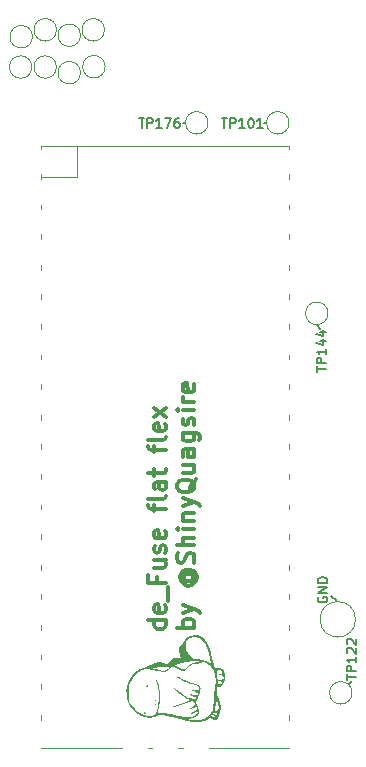
<source format=gbr>
%TF.GenerationSoftware,KiCad,Pcbnew,7.0.7*%
%TF.CreationDate,2023-10-06T13:44:46-06:00*%
%TF.ProjectId,pico_flatflex,7069636f-5f66-46c6-9174-666c65782e6b,rev?*%
%TF.SameCoordinates,Original*%
%TF.FileFunction,Legend,Top*%
%TF.FilePolarity,Positive*%
%FSLAX46Y46*%
G04 Gerber Fmt 4.6, Leading zero omitted, Abs format (unit mm)*
G04 Created by KiCad (PCBNEW 7.0.7) date 2023-10-06 13:44:46*
%MOMM*%
%LPD*%
G01*
G04 APERTURE LIST*
%ADD10C,0.300000*%
%ADD11C,0.150000*%
%ADD12C,0.200000*%
%ADD13C,0.120000*%
G04 APERTURE END LIST*
D10*
X36757828Y-146130489D02*
X35257828Y-146130489D01*
X35829257Y-146130489D02*
X35757828Y-145987632D01*
X35757828Y-145987632D02*
X35757828Y-145701917D01*
X35757828Y-145701917D02*
X35829257Y-145559060D01*
X35829257Y-145559060D02*
X35900685Y-145487632D01*
X35900685Y-145487632D02*
X36043542Y-145416203D01*
X36043542Y-145416203D02*
X36472114Y-145416203D01*
X36472114Y-145416203D02*
X36614971Y-145487632D01*
X36614971Y-145487632D02*
X36686400Y-145559060D01*
X36686400Y-145559060D02*
X36757828Y-145701917D01*
X36757828Y-145701917D02*
X36757828Y-145987632D01*
X36757828Y-145987632D02*
X36686400Y-146130489D01*
X35757828Y-144916203D02*
X36757828Y-144559060D01*
X35757828Y-144201917D02*
X36757828Y-144559060D01*
X36757828Y-144559060D02*
X37114971Y-144701917D01*
X37114971Y-144701917D02*
X37186400Y-144773346D01*
X37186400Y-144773346D02*
X37257828Y-144916203D01*
X36043542Y-141559060D02*
X35972114Y-141630489D01*
X35972114Y-141630489D02*
X35900685Y-141773346D01*
X35900685Y-141773346D02*
X35900685Y-141916203D01*
X35900685Y-141916203D02*
X35972114Y-142059060D01*
X35972114Y-142059060D02*
X36043542Y-142130489D01*
X36043542Y-142130489D02*
X36186400Y-142201917D01*
X36186400Y-142201917D02*
X36329257Y-142201917D01*
X36329257Y-142201917D02*
X36472114Y-142130489D01*
X36472114Y-142130489D02*
X36543542Y-142059060D01*
X36543542Y-142059060D02*
X36614971Y-141916203D01*
X36614971Y-141916203D02*
X36614971Y-141773346D01*
X36614971Y-141773346D02*
X36543542Y-141630489D01*
X36543542Y-141630489D02*
X36472114Y-141559060D01*
X35900685Y-141559060D02*
X36472114Y-141559060D01*
X36472114Y-141559060D02*
X36543542Y-141487632D01*
X36543542Y-141487632D02*
X36543542Y-141416203D01*
X36543542Y-141416203D02*
X36472114Y-141273346D01*
X36472114Y-141273346D02*
X36329257Y-141201917D01*
X36329257Y-141201917D02*
X35972114Y-141201917D01*
X35972114Y-141201917D02*
X35757828Y-141344775D01*
X35757828Y-141344775D02*
X35614971Y-141559060D01*
X35614971Y-141559060D02*
X35543542Y-141844775D01*
X35543542Y-141844775D02*
X35614971Y-142130489D01*
X35614971Y-142130489D02*
X35757828Y-142344775D01*
X35757828Y-142344775D02*
X35972114Y-142487632D01*
X35972114Y-142487632D02*
X36257828Y-142559060D01*
X36257828Y-142559060D02*
X36543542Y-142487632D01*
X36543542Y-142487632D02*
X36757828Y-142344775D01*
X36757828Y-142344775D02*
X36900685Y-142130489D01*
X36900685Y-142130489D02*
X36972114Y-141844775D01*
X36972114Y-141844775D02*
X36900685Y-141559060D01*
X36900685Y-141559060D02*
X36757828Y-141344775D01*
X36686400Y-140630489D02*
X36757828Y-140416204D01*
X36757828Y-140416204D02*
X36757828Y-140059061D01*
X36757828Y-140059061D02*
X36686400Y-139916204D01*
X36686400Y-139916204D02*
X36614971Y-139844775D01*
X36614971Y-139844775D02*
X36472114Y-139773346D01*
X36472114Y-139773346D02*
X36329257Y-139773346D01*
X36329257Y-139773346D02*
X36186400Y-139844775D01*
X36186400Y-139844775D02*
X36114971Y-139916204D01*
X36114971Y-139916204D02*
X36043542Y-140059061D01*
X36043542Y-140059061D02*
X35972114Y-140344775D01*
X35972114Y-140344775D02*
X35900685Y-140487632D01*
X35900685Y-140487632D02*
X35829257Y-140559061D01*
X35829257Y-140559061D02*
X35686400Y-140630489D01*
X35686400Y-140630489D02*
X35543542Y-140630489D01*
X35543542Y-140630489D02*
X35400685Y-140559061D01*
X35400685Y-140559061D02*
X35329257Y-140487632D01*
X35329257Y-140487632D02*
X35257828Y-140344775D01*
X35257828Y-140344775D02*
X35257828Y-139987632D01*
X35257828Y-139987632D02*
X35329257Y-139773346D01*
X36757828Y-139130490D02*
X35257828Y-139130490D01*
X36757828Y-138487633D02*
X35972114Y-138487633D01*
X35972114Y-138487633D02*
X35829257Y-138559061D01*
X35829257Y-138559061D02*
X35757828Y-138701918D01*
X35757828Y-138701918D02*
X35757828Y-138916204D01*
X35757828Y-138916204D02*
X35829257Y-139059061D01*
X35829257Y-139059061D02*
X35900685Y-139130490D01*
X36757828Y-137773347D02*
X35757828Y-137773347D01*
X35257828Y-137773347D02*
X35329257Y-137844775D01*
X35329257Y-137844775D02*
X35400685Y-137773347D01*
X35400685Y-137773347D02*
X35329257Y-137701918D01*
X35329257Y-137701918D02*
X35257828Y-137773347D01*
X35257828Y-137773347D02*
X35400685Y-137773347D01*
X35757828Y-137059061D02*
X36757828Y-137059061D01*
X35900685Y-137059061D02*
X35829257Y-136987632D01*
X35829257Y-136987632D02*
X35757828Y-136844775D01*
X35757828Y-136844775D02*
X35757828Y-136630489D01*
X35757828Y-136630489D02*
X35829257Y-136487632D01*
X35829257Y-136487632D02*
X35972114Y-136416204D01*
X35972114Y-136416204D02*
X36757828Y-136416204D01*
X35757828Y-135844775D02*
X36757828Y-135487632D01*
X35757828Y-135130489D02*
X36757828Y-135487632D01*
X36757828Y-135487632D02*
X37114971Y-135630489D01*
X37114971Y-135630489D02*
X37186400Y-135701918D01*
X37186400Y-135701918D02*
X37257828Y-135844775D01*
X36900685Y-133559061D02*
X36829257Y-133701918D01*
X36829257Y-133701918D02*
X36686400Y-133844775D01*
X36686400Y-133844775D02*
X36472114Y-134059061D01*
X36472114Y-134059061D02*
X36400685Y-134201918D01*
X36400685Y-134201918D02*
X36400685Y-134344775D01*
X36757828Y-134273346D02*
X36686400Y-134416204D01*
X36686400Y-134416204D02*
X36543542Y-134559061D01*
X36543542Y-134559061D02*
X36257828Y-134630489D01*
X36257828Y-134630489D02*
X35757828Y-134630489D01*
X35757828Y-134630489D02*
X35472114Y-134559061D01*
X35472114Y-134559061D02*
X35329257Y-134416204D01*
X35329257Y-134416204D02*
X35257828Y-134273346D01*
X35257828Y-134273346D02*
X35257828Y-133987632D01*
X35257828Y-133987632D02*
X35329257Y-133844775D01*
X35329257Y-133844775D02*
X35472114Y-133701918D01*
X35472114Y-133701918D02*
X35757828Y-133630489D01*
X35757828Y-133630489D02*
X36257828Y-133630489D01*
X36257828Y-133630489D02*
X36543542Y-133701918D01*
X36543542Y-133701918D02*
X36686400Y-133844775D01*
X36686400Y-133844775D02*
X36757828Y-133987632D01*
X36757828Y-133987632D02*
X36757828Y-134273346D01*
X35757828Y-132344775D02*
X36757828Y-132344775D01*
X35757828Y-132987632D02*
X36543542Y-132987632D01*
X36543542Y-132987632D02*
X36686400Y-132916203D01*
X36686400Y-132916203D02*
X36757828Y-132773346D01*
X36757828Y-132773346D02*
X36757828Y-132559060D01*
X36757828Y-132559060D02*
X36686400Y-132416203D01*
X36686400Y-132416203D02*
X36614971Y-132344775D01*
X36757828Y-130987632D02*
X35972114Y-130987632D01*
X35972114Y-130987632D02*
X35829257Y-131059060D01*
X35829257Y-131059060D02*
X35757828Y-131201917D01*
X35757828Y-131201917D02*
X35757828Y-131487632D01*
X35757828Y-131487632D02*
X35829257Y-131630489D01*
X36686400Y-130987632D02*
X36757828Y-131130489D01*
X36757828Y-131130489D02*
X36757828Y-131487632D01*
X36757828Y-131487632D02*
X36686400Y-131630489D01*
X36686400Y-131630489D02*
X36543542Y-131701917D01*
X36543542Y-131701917D02*
X36400685Y-131701917D01*
X36400685Y-131701917D02*
X36257828Y-131630489D01*
X36257828Y-131630489D02*
X36186400Y-131487632D01*
X36186400Y-131487632D02*
X36186400Y-131130489D01*
X36186400Y-131130489D02*
X36114971Y-130987632D01*
X35757828Y-129630489D02*
X36972114Y-129630489D01*
X36972114Y-129630489D02*
X37114971Y-129701917D01*
X37114971Y-129701917D02*
X37186400Y-129773346D01*
X37186400Y-129773346D02*
X37257828Y-129916203D01*
X37257828Y-129916203D02*
X37257828Y-130130489D01*
X37257828Y-130130489D02*
X37186400Y-130273346D01*
X36686400Y-129630489D02*
X36757828Y-129773346D01*
X36757828Y-129773346D02*
X36757828Y-130059060D01*
X36757828Y-130059060D02*
X36686400Y-130201917D01*
X36686400Y-130201917D02*
X36614971Y-130273346D01*
X36614971Y-130273346D02*
X36472114Y-130344774D01*
X36472114Y-130344774D02*
X36043542Y-130344774D01*
X36043542Y-130344774D02*
X35900685Y-130273346D01*
X35900685Y-130273346D02*
X35829257Y-130201917D01*
X35829257Y-130201917D02*
X35757828Y-130059060D01*
X35757828Y-130059060D02*
X35757828Y-129773346D01*
X35757828Y-129773346D02*
X35829257Y-129630489D01*
X36686400Y-128987631D02*
X36757828Y-128844774D01*
X36757828Y-128844774D02*
X36757828Y-128559060D01*
X36757828Y-128559060D02*
X36686400Y-128416203D01*
X36686400Y-128416203D02*
X36543542Y-128344774D01*
X36543542Y-128344774D02*
X36472114Y-128344774D01*
X36472114Y-128344774D02*
X36329257Y-128416203D01*
X36329257Y-128416203D02*
X36257828Y-128559060D01*
X36257828Y-128559060D02*
X36257828Y-128773346D01*
X36257828Y-128773346D02*
X36186400Y-128916203D01*
X36186400Y-128916203D02*
X36043542Y-128987631D01*
X36043542Y-128987631D02*
X35972114Y-128987631D01*
X35972114Y-128987631D02*
X35829257Y-128916203D01*
X35829257Y-128916203D02*
X35757828Y-128773346D01*
X35757828Y-128773346D02*
X35757828Y-128559060D01*
X35757828Y-128559060D02*
X35829257Y-128416203D01*
X36757828Y-127701917D02*
X35757828Y-127701917D01*
X35257828Y-127701917D02*
X35329257Y-127773345D01*
X35329257Y-127773345D02*
X35400685Y-127701917D01*
X35400685Y-127701917D02*
X35329257Y-127630488D01*
X35329257Y-127630488D02*
X35257828Y-127701917D01*
X35257828Y-127701917D02*
X35400685Y-127701917D01*
X36757828Y-126987631D02*
X35757828Y-126987631D01*
X36043542Y-126987631D02*
X35900685Y-126916202D01*
X35900685Y-126916202D02*
X35829257Y-126844774D01*
X35829257Y-126844774D02*
X35757828Y-126701916D01*
X35757828Y-126701916D02*
X35757828Y-126559059D01*
X36686400Y-125487631D02*
X36757828Y-125630488D01*
X36757828Y-125630488D02*
X36757828Y-125916203D01*
X36757828Y-125916203D02*
X36686400Y-126059060D01*
X36686400Y-126059060D02*
X36543542Y-126130488D01*
X36543542Y-126130488D02*
X35972114Y-126130488D01*
X35972114Y-126130488D02*
X35829257Y-126059060D01*
X35829257Y-126059060D02*
X35757828Y-125916203D01*
X35757828Y-125916203D02*
X35757828Y-125630488D01*
X35757828Y-125630488D02*
X35829257Y-125487631D01*
X35829257Y-125487631D02*
X35972114Y-125416203D01*
X35972114Y-125416203D02*
X36114971Y-125416203D01*
X36114971Y-125416203D02*
X36257828Y-126130488D01*
X34344828Y-145487632D02*
X32844828Y-145487632D01*
X34273400Y-145487632D02*
X34344828Y-145630489D01*
X34344828Y-145630489D02*
X34344828Y-145916203D01*
X34344828Y-145916203D02*
X34273400Y-146059060D01*
X34273400Y-146059060D02*
X34201971Y-146130489D01*
X34201971Y-146130489D02*
X34059114Y-146201917D01*
X34059114Y-146201917D02*
X33630542Y-146201917D01*
X33630542Y-146201917D02*
X33487685Y-146130489D01*
X33487685Y-146130489D02*
X33416257Y-146059060D01*
X33416257Y-146059060D02*
X33344828Y-145916203D01*
X33344828Y-145916203D02*
X33344828Y-145630489D01*
X33344828Y-145630489D02*
X33416257Y-145487632D01*
X34273400Y-144201917D02*
X34344828Y-144344774D01*
X34344828Y-144344774D02*
X34344828Y-144630489D01*
X34344828Y-144630489D02*
X34273400Y-144773346D01*
X34273400Y-144773346D02*
X34130542Y-144844774D01*
X34130542Y-144844774D02*
X33559114Y-144844774D01*
X33559114Y-144844774D02*
X33416257Y-144773346D01*
X33416257Y-144773346D02*
X33344828Y-144630489D01*
X33344828Y-144630489D02*
X33344828Y-144344774D01*
X33344828Y-144344774D02*
X33416257Y-144201917D01*
X33416257Y-144201917D02*
X33559114Y-144130489D01*
X33559114Y-144130489D02*
X33701971Y-144130489D01*
X33701971Y-144130489D02*
X33844828Y-144844774D01*
X34487685Y-143844775D02*
X34487685Y-142701917D01*
X33559114Y-141844775D02*
X33559114Y-142344775D01*
X34344828Y-142344775D02*
X32844828Y-142344775D01*
X32844828Y-142344775D02*
X32844828Y-141630489D01*
X33344828Y-140416204D02*
X34344828Y-140416204D01*
X33344828Y-141059061D02*
X34130542Y-141059061D01*
X34130542Y-141059061D02*
X34273400Y-140987632D01*
X34273400Y-140987632D02*
X34344828Y-140844775D01*
X34344828Y-140844775D02*
X34344828Y-140630489D01*
X34344828Y-140630489D02*
X34273400Y-140487632D01*
X34273400Y-140487632D02*
X34201971Y-140416204D01*
X34273400Y-139773346D02*
X34344828Y-139630489D01*
X34344828Y-139630489D02*
X34344828Y-139344775D01*
X34344828Y-139344775D02*
X34273400Y-139201918D01*
X34273400Y-139201918D02*
X34130542Y-139130489D01*
X34130542Y-139130489D02*
X34059114Y-139130489D01*
X34059114Y-139130489D02*
X33916257Y-139201918D01*
X33916257Y-139201918D02*
X33844828Y-139344775D01*
X33844828Y-139344775D02*
X33844828Y-139559061D01*
X33844828Y-139559061D02*
X33773400Y-139701918D01*
X33773400Y-139701918D02*
X33630542Y-139773346D01*
X33630542Y-139773346D02*
X33559114Y-139773346D01*
X33559114Y-139773346D02*
X33416257Y-139701918D01*
X33416257Y-139701918D02*
X33344828Y-139559061D01*
X33344828Y-139559061D02*
X33344828Y-139344775D01*
X33344828Y-139344775D02*
X33416257Y-139201918D01*
X34273400Y-137916203D02*
X34344828Y-138059060D01*
X34344828Y-138059060D02*
X34344828Y-138344775D01*
X34344828Y-138344775D02*
X34273400Y-138487632D01*
X34273400Y-138487632D02*
X34130542Y-138559060D01*
X34130542Y-138559060D02*
X33559114Y-138559060D01*
X33559114Y-138559060D02*
X33416257Y-138487632D01*
X33416257Y-138487632D02*
X33344828Y-138344775D01*
X33344828Y-138344775D02*
X33344828Y-138059060D01*
X33344828Y-138059060D02*
X33416257Y-137916203D01*
X33416257Y-137916203D02*
X33559114Y-137844775D01*
X33559114Y-137844775D02*
X33701971Y-137844775D01*
X33701971Y-137844775D02*
X33844828Y-138559060D01*
X33344828Y-136273346D02*
X33344828Y-135701918D01*
X34344828Y-136059061D02*
X33059114Y-136059061D01*
X33059114Y-136059061D02*
X32916257Y-135987632D01*
X32916257Y-135987632D02*
X32844828Y-135844775D01*
X32844828Y-135844775D02*
X32844828Y-135701918D01*
X34344828Y-134987632D02*
X34273400Y-135130489D01*
X34273400Y-135130489D02*
X34130542Y-135201918D01*
X34130542Y-135201918D02*
X32844828Y-135201918D01*
X34344828Y-133773347D02*
X33559114Y-133773347D01*
X33559114Y-133773347D02*
X33416257Y-133844775D01*
X33416257Y-133844775D02*
X33344828Y-133987632D01*
X33344828Y-133987632D02*
X33344828Y-134273347D01*
X33344828Y-134273347D02*
X33416257Y-134416204D01*
X34273400Y-133773347D02*
X34344828Y-133916204D01*
X34344828Y-133916204D02*
X34344828Y-134273347D01*
X34344828Y-134273347D02*
X34273400Y-134416204D01*
X34273400Y-134416204D02*
X34130542Y-134487632D01*
X34130542Y-134487632D02*
X33987685Y-134487632D01*
X33987685Y-134487632D02*
X33844828Y-134416204D01*
X33844828Y-134416204D02*
X33773400Y-134273347D01*
X33773400Y-134273347D02*
X33773400Y-133916204D01*
X33773400Y-133916204D02*
X33701971Y-133773347D01*
X33344828Y-133273346D02*
X33344828Y-132701918D01*
X32844828Y-133059061D02*
X34130542Y-133059061D01*
X34130542Y-133059061D02*
X34273400Y-132987632D01*
X34273400Y-132987632D02*
X34344828Y-132844775D01*
X34344828Y-132844775D02*
X34344828Y-132701918D01*
X33344828Y-131273346D02*
X33344828Y-130701918D01*
X34344828Y-131059061D02*
X33059114Y-131059061D01*
X33059114Y-131059061D02*
X32916257Y-130987632D01*
X32916257Y-130987632D02*
X32844828Y-130844775D01*
X32844828Y-130844775D02*
X32844828Y-130701918D01*
X34344828Y-129987632D02*
X34273400Y-130130489D01*
X34273400Y-130130489D02*
X34130542Y-130201918D01*
X34130542Y-130201918D02*
X32844828Y-130201918D01*
X34273400Y-128844775D02*
X34344828Y-128987632D01*
X34344828Y-128987632D02*
X34344828Y-129273347D01*
X34344828Y-129273347D02*
X34273400Y-129416204D01*
X34273400Y-129416204D02*
X34130542Y-129487632D01*
X34130542Y-129487632D02*
X33559114Y-129487632D01*
X33559114Y-129487632D02*
X33416257Y-129416204D01*
X33416257Y-129416204D02*
X33344828Y-129273347D01*
X33344828Y-129273347D02*
X33344828Y-128987632D01*
X33344828Y-128987632D02*
X33416257Y-128844775D01*
X33416257Y-128844775D02*
X33559114Y-128773347D01*
X33559114Y-128773347D02*
X33701971Y-128773347D01*
X33701971Y-128773347D02*
X33844828Y-129487632D01*
X34344828Y-128273347D02*
X33344828Y-127487633D01*
X33344828Y-128273347D02*
X34344828Y-127487633D01*
D11*
X42824400Y-103378000D02*
X42621200Y-103378000D01*
X35966400Y-103378000D02*
X35763200Y-103378000D01*
X49809400Y-150901400D02*
X50088800Y-150672800D01*
X48818800Y-143891000D02*
X48310800Y-143459200D01*
X47117000Y-120497600D02*
X47371000Y-120840500D01*
D12*
X47262790Y-143530898D02*
X47224695Y-143607088D01*
X47224695Y-143607088D02*
X47224695Y-143721374D01*
X47224695Y-143721374D02*
X47262790Y-143835660D01*
X47262790Y-143835660D02*
X47338980Y-143911850D01*
X47338980Y-143911850D02*
X47415171Y-143949945D01*
X47415171Y-143949945D02*
X47567552Y-143988041D01*
X47567552Y-143988041D02*
X47681838Y-143988041D01*
X47681838Y-143988041D02*
X47834219Y-143949945D01*
X47834219Y-143949945D02*
X47910409Y-143911850D01*
X47910409Y-143911850D02*
X47986600Y-143835660D01*
X47986600Y-143835660D02*
X48024695Y-143721374D01*
X48024695Y-143721374D02*
X48024695Y-143645183D01*
X48024695Y-143645183D02*
X47986600Y-143530898D01*
X47986600Y-143530898D02*
X47948504Y-143492802D01*
X47948504Y-143492802D02*
X47681838Y-143492802D01*
X47681838Y-143492802D02*
X47681838Y-143645183D01*
X48024695Y-143149945D02*
X47224695Y-143149945D01*
X47224695Y-143149945D02*
X48024695Y-142692802D01*
X48024695Y-142692802D02*
X47224695Y-142692802D01*
X48024695Y-142311850D02*
X47224695Y-142311850D01*
X47224695Y-142311850D02*
X47224695Y-142121374D01*
X47224695Y-142121374D02*
X47262790Y-142007088D01*
X47262790Y-142007088D02*
X47338980Y-141930898D01*
X47338980Y-141930898D02*
X47415171Y-141892803D01*
X47415171Y-141892803D02*
X47567552Y-141854707D01*
X47567552Y-141854707D02*
X47681838Y-141854707D01*
X47681838Y-141854707D02*
X47834219Y-141892803D01*
X47834219Y-141892803D02*
X47910409Y-141930898D01*
X47910409Y-141930898D02*
X47986600Y-142007088D01*
X47986600Y-142007088D02*
X48024695Y-142121374D01*
X48024695Y-142121374D02*
X48024695Y-142311850D01*
X47097695Y-124455431D02*
X47097695Y-123998288D01*
X47897695Y-124226860D02*
X47097695Y-124226860D01*
X47897695Y-123731621D02*
X47097695Y-123731621D01*
X47097695Y-123731621D02*
X47097695Y-123426859D01*
X47097695Y-123426859D02*
X47135790Y-123350669D01*
X47135790Y-123350669D02*
X47173885Y-123312574D01*
X47173885Y-123312574D02*
X47250076Y-123274478D01*
X47250076Y-123274478D02*
X47364361Y-123274478D01*
X47364361Y-123274478D02*
X47440552Y-123312574D01*
X47440552Y-123312574D02*
X47478647Y-123350669D01*
X47478647Y-123350669D02*
X47516742Y-123426859D01*
X47516742Y-123426859D02*
X47516742Y-123731621D01*
X47897695Y-122512574D02*
X47897695Y-122969717D01*
X47897695Y-122741145D02*
X47097695Y-122741145D01*
X47097695Y-122741145D02*
X47211980Y-122817336D01*
X47211980Y-122817336D02*
X47288171Y-122893526D01*
X47288171Y-122893526D02*
X47326266Y-122969717D01*
X47364361Y-121826859D02*
X47897695Y-121826859D01*
X47059600Y-122017335D02*
X47631028Y-122207812D01*
X47631028Y-122207812D02*
X47631028Y-121712573D01*
X47364361Y-121064954D02*
X47897695Y-121064954D01*
X47059600Y-121255430D02*
X47631028Y-121445907D01*
X47631028Y-121445907D02*
X47631028Y-120950668D01*
X49637695Y-150541231D02*
X49637695Y-150084088D01*
X50437695Y-150312660D02*
X49637695Y-150312660D01*
X50437695Y-149817421D02*
X49637695Y-149817421D01*
X49637695Y-149817421D02*
X49637695Y-149512659D01*
X49637695Y-149512659D02*
X49675790Y-149436469D01*
X49675790Y-149436469D02*
X49713885Y-149398374D01*
X49713885Y-149398374D02*
X49790076Y-149360278D01*
X49790076Y-149360278D02*
X49904361Y-149360278D01*
X49904361Y-149360278D02*
X49980552Y-149398374D01*
X49980552Y-149398374D02*
X50018647Y-149436469D01*
X50018647Y-149436469D02*
X50056742Y-149512659D01*
X50056742Y-149512659D02*
X50056742Y-149817421D01*
X50437695Y-148598374D02*
X50437695Y-149055517D01*
X50437695Y-148826945D02*
X49637695Y-148826945D01*
X49637695Y-148826945D02*
X49751980Y-148903136D01*
X49751980Y-148903136D02*
X49828171Y-148979326D01*
X49828171Y-148979326D02*
X49866266Y-149055517D01*
X49713885Y-148293612D02*
X49675790Y-148255516D01*
X49675790Y-148255516D02*
X49637695Y-148179326D01*
X49637695Y-148179326D02*
X49637695Y-147988850D01*
X49637695Y-147988850D02*
X49675790Y-147912659D01*
X49675790Y-147912659D02*
X49713885Y-147874564D01*
X49713885Y-147874564D02*
X49790076Y-147836469D01*
X49790076Y-147836469D02*
X49866266Y-147836469D01*
X49866266Y-147836469D02*
X49980552Y-147874564D01*
X49980552Y-147874564D02*
X50437695Y-148331707D01*
X50437695Y-148331707D02*
X50437695Y-147836469D01*
X49713885Y-147531707D02*
X49675790Y-147493611D01*
X49675790Y-147493611D02*
X49637695Y-147417421D01*
X49637695Y-147417421D02*
X49637695Y-147226945D01*
X49637695Y-147226945D02*
X49675790Y-147150754D01*
X49675790Y-147150754D02*
X49713885Y-147112659D01*
X49713885Y-147112659D02*
X49790076Y-147074564D01*
X49790076Y-147074564D02*
X49866266Y-147074564D01*
X49866266Y-147074564D02*
X49980552Y-147112659D01*
X49980552Y-147112659D02*
X50437695Y-147569802D01*
X50437695Y-147569802D02*
X50437695Y-147074564D01*
X39069768Y-102977695D02*
X39526911Y-102977695D01*
X39298339Y-103777695D02*
X39298339Y-102977695D01*
X39793578Y-103777695D02*
X39793578Y-102977695D01*
X39793578Y-102977695D02*
X40098340Y-102977695D01*
X40098340Y-102977695D02*
X40174530Y-103015790D01*
X40174530Y-103015790D02*
X40212625Y-103053885D01*
X40212625Y-103053885D02*
X40250721Y-103130076D01*
X40250721Y-103130076D02*
X40250721Y-103244361D01*
X40250721Y-103244361D02*
X40212625Y-103320552D01*
X40212625Y-103320552D02*
X40174530Y-103358647D01*
X40174530Y-103358647D02*
X40098340Y-103396742D01*
X40098340Y-103396742D02*
X39793578Y-103396742D01*
X41012625Y-103777695D02*
X40555482Y-103777695D01*
X40784054Y-103777695D02*
X40784054Y-102977695D01*
X40784054Y-102977695D02*
X40707863Y-103091980D01*
X40707863Y-103091980D02*
X40631673Y-103168171D01*
X40631673Y-103168171D02*
X40555482Y-103206266D01*
X41507864Y-102977695D02*
X41584054Y-102977695D01*
X41584054Y-102977695D02*
X41660245Y-103015790D01*
X41660245Y-103015790D02*
X41698340Y-103053885D01*
X41698340Y-103053885D02*
X41736435Y-103130076D01*
X41736435Y-103130076D02*
X41774530Y-103282457D01*
X41774530Y-103282457D02*
X41774530Y-103472933D01*
X41774530Y-103472933D02*
X41736435Y-103625314D01*
X41736435Y-103625314D02*
X41698340Y-103701504D01*
X41698340Y-103701504D02*
X41660245Y-103739600D01*
X41660245Y-103739600D02*
X41584054Y-103777695D01*
X41584054Y-103777695D02*
X41507864Y-103777695D01*
X41507864Y-103777695D02*
X41431673Y-103739600D01*
X41431673Y-103739600D02*
X41393578Y-103701504D01*
X41393578Y-103701504D02*
X41355483Y-103625314D01*
X41355483Y-103625314D02*
X41317387Y-103472933D01*
X41317387Y-103472933D02*
X41317387Y-103282457D01*
X41317387Y-103282457D02*
X41355483Y-103130076D01*
X41355483Y-103130076D02*
X41393578Y-103053885D01*
X41393578Y-103053885D02*
X41431673Y-103015790D01*
X41431673Y-103015790D02*
X41507864Y-102977695D01*
X42536435Y-103777695D02*
X42079292Y-103777695D01*
X42307864Y-103777695D02*
X42307864Y-102977695D01*
X42307864Y-102977695D02*
X42231673Y-103091980D01*
X42231673Y-103091980D02*
X42155483Y-103168171D01*
X42155483Y-103168171D02*
X42079292Y-103206266D01*
X32059368Y-102977695D02*
X32516511Y-102977695D01*
X32287939Y-103777695D02*
X32287939Y-102977695D01*
X32783178Y-103777695D02*
X32783178Y-102977695D01*
X32783178Y-102977695D02*
X33087940Y-102977695D01*
X33087940Y-102977695D02*
X33164130Y-103015790D01*
X33164130Y-103015790D02*
X33202225Y-103053885D01*
X33202225Y-103053885D02*
X33240321Y-103130076D01*
X33240321Y-103130076D02*
X33240321Y-103244361D01*
X33240321Y-103244361D02*
X33202225Y-103320552D01*
X33202225Y-103320552D02*
X33164130Y-103358647D01*
X33164130Y-103358647D02*
X33087940Y-103396742D01*
X33087940Y-103396742D02*
X32783178Y-103396742D01*
X34002225Y-103777695D02*
X33545082Y-103777695D01*
X33773654Y-103777695D02*
X33773654Y-102977695D01*
X33773654Y-102977695D02*
X33697463Y-103091980D01*
X33697463Y-103091980D02*
X33621273Y-103168171D01*
X33621273Y-103168171D02*
X33545082Y-103206266D01*
X34268892Y-102977695D02*
X34802226Y-102977695D01*
X34802226Y-102977695D02*
X34459368Y-103777695D01*
X35449845Y-102977695D02*
X35297464Y-102977695D01*
X35297464Y-102977695D02*
X35221273Y-103015790D01*
X35221273Y-103015790D02*
X35183178Y-103053885D01*
X35183178Y-103053885D02*
X35106988Y-103168171D01*
X35106988Y-103168171D02*
X35068892Y-103320552D01*
X35068892Y-103320552D02*
X35068892Y-103625314D01*
X35068892Y-103625314D02*
X35106988Y-103701504D01*
X35106988Y-103701504D02*
X35145083Y-103739600D01*
X35145083Y-103739600D02*
X35221273Y-103777695D01*
X35221273Y-103777695D02*
X35373654Y-103777695D01*
X35373654Y-103777695D02*
X35449845Y-103739600D01*
X35449845Y-103739600D02*
X35487940Y-103701504D01*
X35487940Y-103701504D02*
X35526035Y-103625314D01*
X35526035Y-103625314D02*
X35526035Y-103434838D01*
X35526035Y-103434838D02*
X35487940Y-103358647D01*
X35487940Y-103358647D02*
X35449845Y-103320552D01*
X35449845Y-103320552D02*
X35373654Y-103282457D01*
X35373654Y-103282457D02*
X35221273Y-103282457D01*
X35221273Y-103282457D02*
X35145083Y-103320552D01*
X35145083Y-103320552D02*
X35106988Y-103358647D01*
X35106988Y-103358647D02*
X35068892Y-103434838D01*
%TO.C,*%
G36*
X37074994Y-146759475D02*
G01*
X37385728Y-146888999D01*
X37452521Y-146932910D01*
X37670536Y-147129981D01*
X37850474Y-147391615D01*
X37999875Y-147733011D01*
X38126280Y-148169367D01*
X38175374Y-148389647D01*
X38242764Y-148688513D01*
X38316393Y-148972862D01*
X38386444Y-149206800D01*
X38433799Y-149334638D01*
X38511133Y-149492706D01*
X38576362Y-149564032D01*
X38657107Y-149572263D01*
X38700564Y-149563028D01*
X38930643Y-149551610D01*
X39126443Y-149627934D01*
X39225563Y-149729884D01*
X39283143Y-149864976D01*
X39327964Y-150050598D01*
X39355601Y-150249708D01*
X39361629Y-150425268D01*
X39341621Y-150540234D01*
X39324897Y-150561235D01*
X39274854Y-150645198D01*
X39260363Y-150744309D01*
X39209859Y-150917571D01*
X39082743Y-151051491D01*
X38915609Y-151112267D01*
X38864572Y-151111216D01*
X38863159Y-151111187D01*
X38757309Y-151113980D01*
X38697545Y-151175368D01*
X38656138Y-151311071D01*
X38638842Y-151426991D01*
X38645796Y-151558012D01*
X38681873Y-151729832D01*
X38751945Y-151968148D01*
X38820698Y-152178897D01*
X38927080Y-152519335D01*
X38987066Y-152765825D01*
X39003386Y-152930962D01*
X38995964Y-152987195D01*
X38954419Y-153170321D01*
X38925989Y-153321909D01*
X38847691Y-153619483D01*
X38729989Y-153819502D01*
X38586696Y-153912234D01*
X38579482Y-153916903D01*
X38567040Y-153916179D01*
X38402763Y-153906621D01*
X38263771Y-153830269D01*
X38143801Y-153754103D01*
X38071254Y-153752063D01*
X38030861Y-153788339D01*
X37837466Y-153940393D01*
X37561196Y-154050695D01*
X37229952Y-154116124D01*
X36871638Y-154133560D01*
X36834341Y-154130046D01*
X36514156Y-154099884D01*
X36185407Y-154011974D01*
X36151356Y-153998514D01*
X35899653Y-153910239D01*
X35573824Y-153817540D01*
X35205612Y-153727271D01*
X34826756Y-153646288D01*
X34468996Y-153581444D01*
X34164073Y-153539595D01*
X33969003Y-153527221D01*
X33721671Y-153540750D01*
X33561489Y-153585303D01*
X33495262Y-153629877D01*
X33400135Y-153686988D01*
X33253688Y-153719261D01*
X33027811Y-153731832D01*
X32933368Y-153732533D01*
X32564920Y-153704751D01*
X32252905Y-153611416D01*
X31961740Y-153437537D01*
X31703141Y-153214329D01*
X31421892Y-152896701D01*
X31223910Y-152552710D01*
X31086592Y-152141941D01*
X31073700Y-152088730D01*
X31009705Y-151583598D01*
X31198760Y-151583598D01*
X31199303Y-151686841D01*
X31202781Y-151989268D01*
X31211149Y-152198281D01*
X31228480Y-152337783D01*
X31258842Y-152431678D01*
X31306306Y-152503869D01*
X31345954Y-152548049D01*
X31462454Y-152681902D01*
X31606502Y-152861732D01*
X31692251Y-152974909D01*
X31967483Y-153252966D01*
X32315178Y-153454243D01*
X32709772Y-153566421D01*
X32959932Y-153585835D01*
X33198899Y-153572342D01*
X33360846Y-153516941D01*
X33476194Y-153397364D01*
X33575364Y-153191341D01*
X33604910Y-153113685D01*
X33657702Y-152901402D01*
X33697679Y-152605466D01*
X33723800Y-152258954D01*
X33735022Y-151894940D01*
X33730301Y-151546502D01*
X33708597Y-151246714D01*
X33670460Y-151034149D01*
X33612621Y-150841696D01*
X33559585Y-150681970D01*
X33539242Y-150628568D01*
X33520297Y-150550450D01*
X33555840Y-150555932D01*
X33609624Y-150630038D01*
X33679629Y-150778407D01*
X33727125Y-150902853D01*
X33795268Y-151195065D01*
X33832011Y-151565852D01*
X33838486Y-151981070D01*
X33815824Y-152406573D01*
X33765157Y-152808218D01*
X33687618Y-153151858D01*
X33648760Y-153266917D01*
X33653797Y-153317256D01*
X33731957Y-153344255D01*
X33903948Y-153354365D01*
X33930646Y-153354736D01*
X34066454Y-153357937D01*
X34196371Y-153366481D01*
X34341406Y-153383646D01*
X34522569Y-153412709D01*
X34760872Y-153456949D01*
X35077325Y-153519644D01*
X35376184Y-153580257D01*
X35649709Y-153632321D01*
X35899787Y-153673388D01*
X36091850Y-153698106D01*
X36168101Y-153702875D01*
X36445297Y-153674027D01*
X36693722Y-153596885D01*
X36889144Y-153484077D01*
X37007333Y-153348231D01*
X37031264Y-153253023D01*
X37018868Y-153197195D01*
X36966267Y-153219625D01*
X36895497Y-153282353D01*
X36730968Y-153379952D01*
X36587529Y-153407307D01*
X36415328Y-153404715D01*
X36637780Y-153287315D01*
X36828020Y-153148624D01*
X36940755Y-152985543D01*
X36959959Y-152823463D01*
X36950542Y-152791753D01*
X36914486Y-152731076D01*
X36862025Y-152756550D01*
X36810844Y-152812640D01*
X36720700Y-152882862D01*
X36596552Y-152942628D01*
X36470920Y-152982407D01*
X36376322Y-152992669D01*
X36345276Y-152963882D01*
X36352791Y-152946888D01*
X36440838Y-152885509D01*
X36467226Y-152881955D01*
X36574414Y-152834563D01*
X36687089Y-152722024D01*
X36768893Y-152588799D01*
X36786764Y-152491230D01*
X36715854Y-152395270D01*
X36556472Y-152369551D01*
X36313973Y-152413881D01*
X36016293Y-152518731D01*
X35609794Y-152677942D01*
X35280435Y-152791216D01*
X35036840Y-152855915D01*
X34887632Y-152869403D01*
X34876277Y-152867409D01*
X34866885Y-152840279D01*
X34956674Y-152793332D01*
X35095467Y-152745349D01*
X35321772Y-152671008D01*
X35571084Y-152580918D01*
X35819139Y-152484942D01*
X36041673Y-152392940D01*
X36214420Y-152314776D01*
X36313116Y-152260312D01*
X36327121Y-152244761D01*
X36278861Y-152201419D01*
X36152078Y-152122548D01*
X35973410Y-152024620D01*
X35959151Y-152017220D01*
X35783225Y-151910343D01*
X35580148Y-151762851D01*
X35371914Y-151594004D01*
X35180515Y-151423061D01*
X35027943Y-151269281D01*
X34936193Y-151151922D01*
X34919485Y-151106791D01*
X34958884Y-151119158D01*
X35064363Y-151197442D01*
X35216848Y-151326859D01*
X35299738Y-151401518D01*
X35525431Y-151592002D01*
X35772735Y-151775488D01*
X35993384Y-151916513D01*
X36022283Y-151932390D01*
X36254633Y-152036272D01*
X36485353Y-152105957D01*
X36687699Y-152137079D01*
X36834928Y-152125269D01*
X36897846Y-152075373D01*
X36873202Y-152014567D01*
X36816175Y-152001661D01*
X36696110Y-151969886D01*
X36547212Y-151892940D01*
X36532649Y-151883421D01*
X36356668Y-151765568D01*
X36684995Y-151802839D01*
X36878945Y-151818916D01*
X36987465Y-151807907D01*
X37040323Y-151764930D01*
X37050634Y-151742877D01*
X37041999Y-151646731D01*
X36986279Y-151613035D01*
X36729988Y-151523989D01*
X36584732Y-151457401D01*
X36551308Y-151414332D01*
X36630512Y-151395841D01*
X36823140Y-151402986D01*
X36828712Y-151403444D01*
X37011911Y-151415642D01*
X37107100Y-151405409D01*
X37143062Y-151361417D01*
X37148585Y-151277562D01*
X37122109Y-151166184D01*
X37032357Y-151072891D01*
X36863842Y-150988491D01*
X36601075Y-150903794D01*
X36451953Y-150864153D01*
X36249323Y-150800869D01*
X36016513Y-150710471D01*
X35778744Y-150605163D01*
X35561239Y-150497150D01*
X35389217Y-150398637D01*
X35287901Y-150321829D01*
X35271448Y-150292889D01*
X35319121Y-150292522D01*
X35445674Y-150337973D01*
X35626410Y-150419958D01*
X35679638Y-150446319D01*
X35954474Y-150569471D01*
X36272264Y-150689660D01*
X36544881Y-150775244D01*
X36894767Y-150884262D01*
X37134589Y-150995828D01*
X37271531Y-151116530D01*
X37312782Y-151252955D01*
X37265525Y-151411691D01*
X37256848Y-151427892D01*
X37205442Y-151556160D01*
X37197357Y-151634756D01*
X37182376Y-151738300D01*
X37139160Y-151840068D01*
X37076994Y-151975861D01*
X37052024Y-152059101D01*
X36995370Y-152166330D01*
X36949357Y-152210164D01*
X36893356Y-152315905D01*
X36908362Y-152468676D01*
X36988958Y-152626495D01*
X37005774Y-152647313D01*
X37052769Y-152751000D01*
X37096485Y-152928238D01*
X37120763Y-153087465D01*
X37132076Y-153313369D01*
X37094656Y-153474185D01*
X36991176Y-153590323D01*
X36804312Y-153682195D01*
X36548584Y-153761534D01*
X36377858Y-153811216D01*
X36289557Y-153848515D01*
X36290799Y-153878593D01*
X36388704Y-153906612D01*
X36590391Y-153937733D01*
X36834341Y-153968712D01*
X37188913Y-153960308D01*
X37537011Y-153859368D01*
X37853161Y-153681084D01*
X38020355Y-153525714D01*
X38204474Y-153525714D01*
X38250740Y-153589528D01*
X38358064Y-153660746D01*
X38479234Y-153714743D01*
X38567040Y-153726889D01*
X38578119Y-153720627D01*
X38555029Y-153674962D01*
X38468507Y-153599869D01*
X38357291Y-153523592D01*
X38260119Y-153474372D01*
X38232386Y-153468560D01*
X38205095Y-153513734D01*
X38204474Y-153525714D01*
X38020355Y-153525714D01*
X38111892Y-153440650D01*
X38163710Y-153355959D01*
X38328742Y-153355959D01*
X38398682Y-153426750D01*
X38472261Y-153470602D01*
X38586696Y-153519880D01*
X38649377Y-153501246D01*
X38674383Y-153467548D01*
X38710092Y-153405699D01*
X38696730Y-153373644D01*
X38608979Y-153350159D01*
X38591062Y-153346752D01*
X38512442Y-153331802D01*
X38367663Y-153320849D01*
X38328742Y-153355959D01*
X38163710Y-153355959D01*
X38287732Y-153153260D01*
X38308657Y-153096599D01*
X38480829Y-153096599D01*
X38486316Y-153144243D01*
X38591062Y-153179026D01*
X38710933Y-153136959D01*
X38789251Y-153043272D01*
X38824624Y-152952318D01*
X38838329Y-152880328D01*
X38826579Y-152793168D01*
X38785584Y-152656704D01*
X38727033Y-152482722D01*
X38652034Y-152276709D01*
X38596321Y-152154211D01*
X38565353Y-152122770D01*
X38564586Y-152189933D01*
X38580890Y-152280685D01*
X38586132Y-152427283D01*
X38563616Y-152632344D01*
X38534983Y-152777615D01*
X38497163Y-152962219D01*
X38480829Y-153096599D01*
X38308657Y-153096599D01*
X38312103Y-153087267D01*
X38342925Y-152944003D01*
X38374764Y-152711958D01*
X38404442Y-152419598D01*
X38428780Y-152095388D01*
X38435121Y-151985820D01*
X38454192Y-151677881D01*
X38475648Y-151412231D01*
X38497346Y-151210624D01*
X38517140Y-151094816D01*
X38524758Y-151076582D01*
X38541643Y-151002616D01*
X38550169Y-150840530D01*
X38549283Y-150619296D01*
X38545450Y-150506205D01*
X38522238Y-150188482D01*
X38479168Y-149947824D01*
X38448785Y-149860575D01*
X38638247Y-149860575D01*
X38644355Y-149878060D01*
X38667640Y-149982901D01*
X38692460Y-150167768D01*
X38713968Y-150395539D01*
X38716641Y-150431558D01*
X38737726Y-150666953D01*
X38764692Y-150810335D01*
X38805175Y-150886998D01*
X38864572Y-150921536D01*
X38981244Y-150917401D01*
X39082444Y-150855259D01*
X39129243Y-150766608D01*
X39117191Y-150717146D01*
X39033357Y-150667296D01*
X38934268Y-150652856D01*
X38825717Y-150630963D01*
X38791079Y-150590242D01*
X38836587Y-150554195D01*
X38905399Y-150563913D01*
X39045511Y-150549035D01*
X39144814Y-150475102D01*
X39227166Y-150380595D01*
X39227900Y-150312941D01*
X39171047Y-150240768D01*
X39035796Y-150146700D01*
X38916967Y-150107678D01*
X38828801Y-150091279D01*
X38846936Y-150081700D01*
X38956475Y-150075040D01*
X39089051Y-150056814D01*
X39134878Y-150003625D01*
X39132457Y-149940256D01*
X39061232Y-149792707D01*
X38916119Y-149726066D01*
X38765495Y-149737436D01*
X38652799Y-149785627D01*
X38638247Y-149860575D01*
X38448785Y-149860575D01*
X38408395Y-149744590D01*
X38384479Y-149692970D01*
X38194705Y-149412762D01*
X38182844Y-149403111D01*
X37984383Y-149241622D01*
X37740818Y-149108303D01*
X37534834Y-149036258D01*
X37385619Y-149030385D01*
X37322340Y-149072624D01*
X37244252Y-149116855D01*
X37083883Y-149161015D01*
X36875889Y-149195569D01*
X36875049Y-149195670D01*
X36654302Y-149227496D01*
X36506575Y-149271790D01*
X36387903Y-149349903D01*
X36254322Y-149483188D01*
X36231042Y-149508431D01*
X36082195Y-149650358D01*
X35946127Y-149746219D01*
X35869681Y-149772948D01*
X35863663Y-149771633D01*
X35758439Y-149748644D01*
X35581265Y-149684971D01*
X35379371Y-149597013D01*
X35177398Y-149508313D01*
X35005776Y-149445077D01*
X34901913Y-149421031D01*
X34800533Y-149459841D01*
X34660672Y-149558684D01*
X34583362Y-149627835D01*
X34415792Y-149772822D01*
X34262879Y-149849713D01*
X34167063Y-149857839D01*
X34090271Y-149864351D01*
X33863617Y-149822576D01*
X33703017Y-149777535D01*
X33199925Y-149676983D01*
X32826373Y-149655627D01*
X32584272Y-149659366D01*
X32418686Y-149677825D01*
X32288872Y-149721867D01*
X32154088Y-149802356D01*
X32078659Y-149854995D01*
X31727238Y-150155679D01*
X31447511Y-150516605D01*
X31334836Y-150711516D01*
X31274563Y-150835802D01*
X31234704Y-150957194D01*
X31211373Y-151103652D01*
X31200687Y-151303134D01*
X31198760Y-151583598D01*
X31009705Y-151583598D01*
X31008722Y-151575839D01*
X31053065Y-151086415D01*
X31199277Y-150632580D01*
X31439908Y-150226454D01*
X31767507Y-149880157D01*
X32174624Y-149605811D01*
X32378425Y-149524885D01*
X33033125Y-149524885D01*
X33046316Y-149527449D01*
X33176005Y-149547661D01*
X33377353Y-149590803D01*
X33609108Y-149647957D01*
X33632921Y-149654247D01*
X33855766Y-149710413D01*
X34042927Y-149752012D01*
X34158373Y-149771131D01*
X34167063Y-149771568D01*
X34245515Y-149744044D01*
X34363132Y-149675780D01*
X34486612Y-149590249D01*
X34582651Y-149510926D01*
X34617945Y-149461283D01*
X34613995Y-149456544D01*
X34552509Y-149455766D01*
X34394962Y-149459366D01*
X34162508Y-149466715D01*
X33876298Y-149477185D01*
X33746275Y-149482317D01*
X33460418Y-149494894D01*
X33235606Y-149506869D01*
X33087841Y-149517210D01*
X33033125Y-149524885D01*
X32378425Y-149524885D01*
X32653808Y-149415535D01*
X32729218Y-149395547D01*
X32986471Y-149319413D01*
X33092629Y-149280152D01*
X35098527Y-149280152D01*
X35103319Y-149316236D01*
X35200722Y-149385375D01*
X35374647Y-149476486D01*
X35402554Y-149489606D01*
X35668373Y-149597847D01*
X35863663Y-149633536D01*
X36012244Y-149593856D01*
X36137935Y-149475989D01*
X36193803Y-149396021D01*
X36377291Y-149212106D01*
X36645244Y-149103776D01*
X36987268Y-149069349D01*
X37134060Y-149052990D01*
X37205135Y-149011487D01*
X37207245Y-149001523D01*
X37168973Y-148970655D01*
X37046300Y-148956407D01*
X36827445Y-148958140D01*
X36605975Y-148968790D01*
X36121673Y-149018760D01*
X35641120Y-149117269D01*
X35115710Y-149274356D01*
X35098527Y-149280152D01*
X33092629Y-149280152D01*
X33245439Y-149223637D01*
X33413446Y-149147097D01*
X33658847Y-149047468D01*
X33889027Y-149028596D01*
X34146918Y-149089767D01*
X34259079Y-149133008D01*
X34366258Y-149171643D01*
X34448298Y-149170529D01*
X34538179Y-149116446D01*
X34668881Y-148996176D01*
X34716390Y-148949717D01*
X34869345Y-148806397D01*
X34984832Y-148729181D01*
X35106415Y-148699329D01*
X35277657Y-148698103D01*
X35299598Y-148698847D01*
X35615665Y-148709966D01*
X35532183Y-148434875D01*
X35462258Y-148082903D01*
X35483879Y-147794674D01*
X35549685Y-147665814D01*
X36034035Y-147665814D01*
X36083311Y-147993626D01*
X36236171Y-148306620D01*
X36408599Y-148525905D01*
X36522941Y-148645154D01*
X36623948Y-148717794D01*
X36748769Y-148759114D01*
X36934552Y-148784399D01*
X37065145Y-148796079D01*
X37401838Y-148845564D01*
X37707465Y-148929435D01*
X37954136Y-149037776D01*
X38113959Y-149160674D01*
X38123170Y-149172163D01*
X38182844Y-149222639D01*
X38203880Y-149186585D01*
X38182237Y-149089572D01*
X38148073Y-149014585D01*
X38098546Y-148883120D01*
X38057769Y-148713137D01*
X38057306Y-148710473D01*
X37961114Y-148228469D01*
X37853812Y-147846357D01*
X37728324Y-147546778D01*
X37577574Y-147312374D01*
X37420370Y-147147954D01*
X37145351Y-146971348D01*
X36846992Y-146908315D01*
X36636809Y-146926513D01*
X36352516Y-147021851D01*
X36160929Y-147187191D01*
X36057165Y-147428520D01*
X36034035Y-147665814D01*
X35549685Y-147665814D01*
X35596109Y-147574906D01*
X35724234Y-147466653D01*
X35801885Y-147390147D01*
X35905224Y-147253637D01*
X35947727Y-147189220D01*
X36164332Y-146947760D01*
X36440365Y-146792932D01*
X36751896Y-146728811D01*
X37074994Y-146759475D01*
G37*
G36*
X33481325Y-152597452D02*
G01*
X33479510Y-152658740D01*
X33472526Y-152666867D01*
X33382220Y-152705542D01*
X33372803Y-152705974D01*
X33350993Y-152676212D01*
X33381602Y-152636559D01*
X33456270Y-152591739D01*
X33481325Y-152597452D01*
G37*
G36*
X33452973Y-152207359D02*
G01*
X33509443Y-152285068D01*
X33511633Y-152302274D01*
X33475491Y-152334078D01*
X33452973Y-152324680D01*
X33396502Y-152246972D01*
X33394312Y-152229766D01*
X33430455Y-152197962D01*
X33452973Y-152207359D01*
G37*
G36*
X32794939Y-150975265D02*
G01*
X32852925Y-151052481D01*
X32827394Y-151112319D01*
X32783265Y-151122140D01*
X32702458Y-151074909D01*
X32690386Y-151029261D01*
X32724580Y-150965022D01*
X32794939Y-150975265D01*
G37*
G36*
X32638162Y-153326998D02*
G01*
X32661056Y-153351239D01*
X32648415Y-153401993D01*
X32609319Y-153409900D01*
X32507969Y-153375481D01*
X32485074Y-153351239D01*
X32497715Y-153300486D01*
X32536811Y-153292579D01*
X32638162Y-153326998D01*
G37*
D13*
%TO.C,REF\u002A\u002A*%
X23790000Y-105310000D02*
X23790000Y-105610000D01*
X23790000Y-105310000D02*
X44790000Y-105310000D01*
X23790000Y-107710000D02*
X23790000Y-108110000D01*
X23790000Y-107977000D02*
X26797000Y-107977000D01*
X23790000Y-110310000D02*
X23790000Y-110710000D01*
X23790000Y-112810000D02*
X23790000Y-113210000D01*
X23790000Y-115410000D02*
X23790000Y-115810000D01*
X23790000Y-117910000D02*
X23790000Y-118310000D01*
X23790000Y-120410000D02*
X23790000Y-120810000D01*
X23790000Y-123010000D02*
X23790000Y-123410000D01*
X23790000Y-125510000D02*
X23790000Y-125910000D01*
X23790000Y-128110000D02*
X23790000Y-128510000D01*
X23790000Y-130610000D02*
X23790000Y-131010000D01*
X23790000Y-133110000D02*
X23790000Y-133510000D01*
X23790000Y-135710000D02*
X23790000Y-136110000D01*
X23790000Y-138210000D02*
X23790000Y-138610000D01*
X23790000Y-140810000D02*
X23790000Y-141210000D01*
X23790000Y-143310000D02*
X23790000Y-143710000D01*
X23790000Y-145910000D02*
X23790000Y-146310000D01*
X23790000Y-148410000D02*
X23790000Y-148810000D01*
X23790000Y-150910000D02*
X23790000Y-151310000D01*
X23790000Y-153510000D02*
X23790000Y-153910000D01*
X26797000Y-107977000D02*
X26797000Y-105310000D01*
X30590000Y-156310000D02*
X23790000Y-156310000D01*
X32790000Y-156310000D02*
X33190000Y-156310000D01*
X35390000Y-156310000D02*
X35790000Y-156310000D01*
X44790000Y-105310000D02*
X44790000Y-105610000D01*
X44790000Y-107710000D02*
X44790000Y-108110000D01*
X44790000Y-110310000D02*
X44790000Y-110710000D01*
X44790000Y-112810000D02*
X44790000Y-113210000D01*
X44790000Y-115410000D02*
X44790000Y-115810000D01*
X44790000Y-117910000D02*
X44790000Y-118310000D01*
X44790000Y-120410000D02*
X44790000Y-120810000D01*
X44790000Y-123010000D02*
X44790000Y-123410000D01*
X44790000Y-125510000D02*
X44790000Y-125910000D01*
X44790000Y-128110000D02*
X44790000Y-128510000D01*
X44790000Y-130610000D02*
X44790000Y-131010000D01*
X44790000Y-133110000D02*
X44790000Y-133510000D01*
X44790000Y-135710000D02*
X44790000Y-136110000D01*
X44790000Y-138210000D02*
X44790000Y-138610000D01*
X44790000Y-140810000D02*
X44790000Y-141210000D01*
X44790000Y-143310000D02*
X44790000Y-143710000D01*
X44790000Y-145910000D02*
X44790000Y-146310000D01*
X44790000Y-148410000D02*
X44790000Y-148810000D01*
X44790000Y-150910000D02*
X44790000Y-151310000D01*
X44790000Y-153510000D02*
X44790000Y-153910000D01*
X44790000Y-156310000D02*
X37990000Y-156310000D01*
X50099000Y-151638000D02*
G75*
G03*
X50099000Y-151638000I-950000J0D01*
G01*
X44765000Y-103378000D02*
G75*
G03*
X44765000Y-103378000I-950000J0D01*
G01*
%TO.C,\u002A\u002AREF*%
X37907000Y-103378000D02*
G75*
G03*
X37907000Y-103378000I-950000J0D01*
G01*
%TO.C,REF\u002A\u002A*%
X22997200Y-98653600D02*
G75*
G03*
X22997200Y-98653600I-950000J0D01*
G01*
X29144000Y-95504000D02*
G75*
G03*
X29144000Y-95504000I-950000J0D01*
G01*
X27112000Y-95961200D02*
G75*
G03*
X27112000Y-95961200I-950000J0D01*
G01*
X25080000Y-98653600D02*
G75*
G03*
X25080000Y-98653600I-950000J0D01*
G01*
X23048000Y-96088200D02*
G75*
G03*
X23048000Y-96088200I-950000J0D01*
G01*
X29194800Y-98628200D02*
G75*
G03*
X29194800Y-98628200I-950000J0D01*
G01*
X50395000Y-145415000D02*
G75*
G03*
X50395000Y-145415000I-1500000J0D01*
G01*
X25080000Y-95504000D02*
G75*
G03*
X25080000Y-95504000I-950000J0D01*
G01*
X48067000Y-119507000D02*
G75*
G03*
X48067000Y-119507000I-950000J0D01*
G01*
X27112000Y-99136200D02*
G75*
G03*
X27112000Y-99136200I-950000J0D01*
G01*
%TD*%
M02*

</source>
